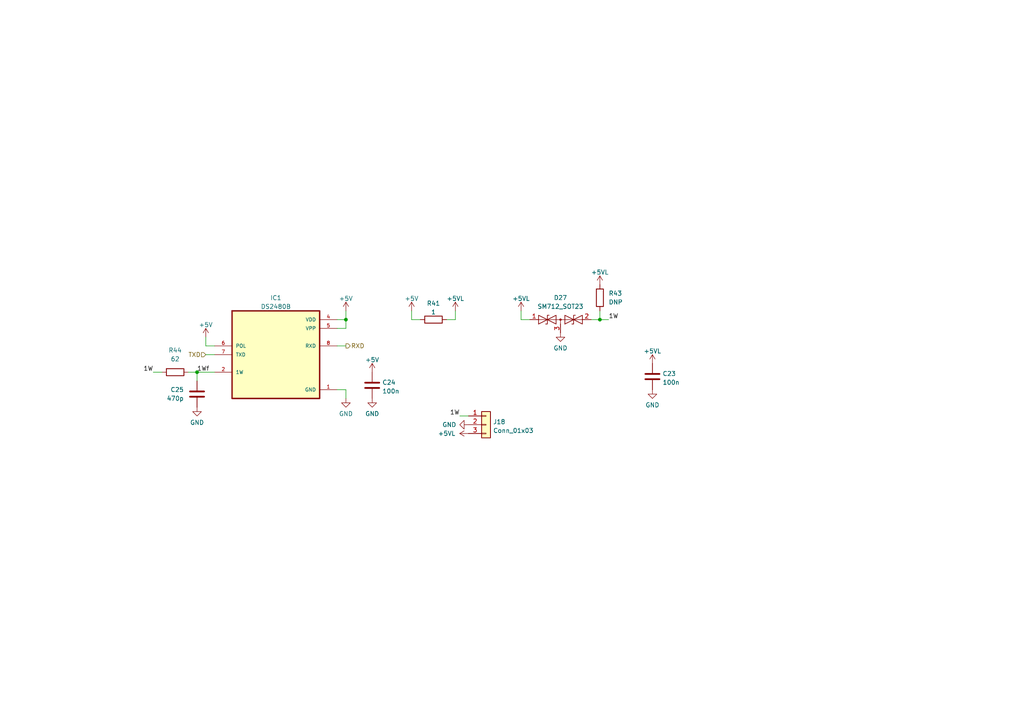
<source format=kicad_sch>
(kicad_sch (version 20230121) (generator eeschema)
  (paper "A4")
  (lib_symbols
    (symbol "Connector_Generic:Conn_01x03" (pin_names (offset 1.016) hide)
      (property "Reference" "J" (at 0 5.08 0))
      (property "Value" "Conn_01x03" (at 0 -5.08 0))
      (symbol "Conn_01x03_1_1"
        (rectangle (start -1.27 -2.413) (end 0 -2.667) (stroke (width 0.1524)))
        (rectangle (start -1.27 0.127) (end 0 -0.127) (stroke (width 0.1524)))
        (rectangle (start -1.27 2.667) (end 0 2.413) (stroke (width 0.1524)))
        (rectangle (start -1.27 3.81) (end 1.27 -3.81) (stroke (width 0.254)) (fill (type background)))
        (pin passive line (at -5.08 2.54 0) (length 3.81) (name "Pin_1") (number "1"))
        (pin passive line (at -5.08 0 0) (length 3.81) (name "Pin_2") (number "2"))
        (pin passive line (at -5.08 -2.54 0) (length 3.81) (name "Pin_3") (number "3"))
      )
    )
    (symbol "Device:C" (pin_numbers hide) (pin_names (offset 0.254))
      (property "Reference" "C" (at 0.635 2.54 0))
      (property "Value" "C" (at 0.635 -2.54 0))
      (symbol "C_0_1"
        (polyline (pts (xy -2.032 -0.762) (xy 2.032 -0.762)) (stroke (width 0.508)))
        (polyline (pts (xy -2.032 0.762) (xy 2.032 0.762)) (stroke (width 0.508)))
      )
      (symbol "C_1_1"
        (pin passive line (at 0 3.81 270) (length 2.794) (name "~") (number "1"))
        (pin passive line (at 0 -3.81 90) (length 2.794) (name "~") (number "2"))
      )
    )
    (symbol "Device:R" (pin_numbers hide) (pin_names (offset 0))
      (property "Reference" "R" (at 2.032 0 90))
      (property "Value" "R" (at 0 0 90))
      (symbol "R_0_1"
        (rectangle (start -1.016 -2.54) (end 1.016 2.54) (stroke (width 0.254)))
      )
      (symbol "R_1_1"
        (pin passive line (at 0 3.81 270) (length 1.27) (name "~") (number "1"))
        (pin passive line (at 0 -3.81 90) (length 1.27) (name "~") (number "2"))
      )
    )
    (symbol "Diode:SM712_SOT23" (pin_names (offset 1.016) hide)
      (property "Reference" "D" (at 0 4.445 0))
      (property "Value" "SM712_SOT23" (at 0 2.54 0))
      (symbol "SM712_SOT23_0_0"
        (polyline (pts (xy 0 -1.27) (xy 0 0)))
      )
      (symbol "SM712_SOT23_0_1"
        (polyline (pts (xy -6.35 0) (xy 6.35 0)))
        (polyline (pts (xy -3.302 1.27) (xy -3.81 1.27) (xy -3.81 -1.27) (xy -4.318 -1.27)) (stroke (width 0.2032)))
        (polyline (pts (xy 4.318 1.27) (xy 3.81 1.27) (xy 3.81 -1.27) (xy 3.302 -1.27)) (stroke (width 0.2032)))
        (polyline (pts (xy -6.35 -1.27) (xy -1.27 1.27) (xy -1.27 -1.27) (xy -6.35 1.27) (xy -6.35 -1.27)) (stroke (width 0.2032)))
        (polyline (pts (xy 1.27 -1.27) (xy 1.27 1.27) (xy 6.35 -1.27) (xy 6.35 1.27) (xy 1.27 -1.27)) (stroke (width 0.2032)))
        (circle (center 0 0) (radius 0.254) (fill (type outline)))
      )
      (symbol "SM712_SOT23_1_1"
        (pin passive line (at -8.89 0 0) (length 2.54) (name "A1") (number "1"))
        (pin passive line (at 8.89 0 180) (length 2.54) (name "A2") (number "2"))
        (pin input line (at 0 -3.81 90) (length 2.54) (name "common") (number "3"))
      )
    )
    (symbol "power:+5V" (power) (pin_names (offset 0))
      (property "Value" "+5V" (at 0 3.556 0))
      (symbol "+5V_0_1"
        (polyline (pts (xy -0.762 1.27) (xy 0 2.54)))
        (polyline (pts (xy 0 0) (xy 0 2.54)))
        (polyline (pts (xy 0 2.54) (xy 0.762 1.27)))
      )
      (symbol "+5V_1_1"
        (pin power_in line (at 0 0 90) (length 0) hide (name "+5V") (number "1"))
      )
    )
    (symbol "power:+5VL" (power) (pin_names (offset 0))
      (property "Value" "+5VL" (at 0 3.556 0))
      (symbol "+5VL_0_1"
        (polyline (pts (xy -0.762 1.27) (xy 0 2.54)))
        (polyline (pts (xy 0 0) (xy 0 2.54)))
        (polyline (pts (xy 0 2.54) (xy 0.762 1.27)))
      )
      (symbol "+5VL_1_1"
        (pin power_in line (at 0 0 90) (length 0) hide (name "+5VL") (number "1"))
      )
    )
    (symbol "power:GND" (power) (pin_names (offset 0))
      (property "Value" "GND" (at 0 -3.81 0))
      (symbol "GND_0_1"
        (polyline (pts (xy 0 0) (xy 0 -1.27) (xy 1.27 -1.27) (xy 0 -2.54) (xy -1.27 -1.27) (xy 0 -1.27)))
      )
      (symbol "GND_1_1"
        (pin power_in line (at 0 0 270) (length 0) hide (name "GND") (number "1"))
      )
    )
    (symbol "project_lib:DS2480B" (pin_names (offset 1.016))
      (property "Reference" "IC" (at -12.7 13.7 0))
      (property "Value" "DS2480B" (at -12.7 -16.7 0))
      (symbol "DS2480B_0_0"
        (rectangle (start -12.7 -12.7) (end 12.7 12.7) (stroke (width 0.41)) (fill (type background)))
        (pin power_in line (at 17.78 -10.16 180) (length 5.08) (name "GND") (number "1"))
        (pin bidirectional line (at -17.78 -5.08 0) (length 5.08) (name "1W") (number "2"))
        (pin power_in line (at 17.78 10.16 180) (length 5.08) (name "VDD") (number "4"))
        (pin power_in line (at 17.78 7.62 180) (length 5.08) (name "VPP") (number "5"))
        (pin input line (at -17.78 2.54 0) (length 5.08) (name "POL") (number "6"))
        (pin input line (at -17.78 0 0) (length 5.08) (name "TXD") (number "7"))
        (pin output line (at 17.78 2.54 180) (length 5.08) (name "RXD") (number "8"))
      )
      (symbol "DS2480B_1_1"
        (pin no_connect line (at -15.24 -10.16 0) (length 2.54) hide (name "NC") (number "3"))
      )
    )
  )
  (junction (at 100.33 92.71))
  (junction (at 57.15 107.95))
  (junction (at 173.99 92.71))
  (wire (pts (xy 119.38 90.17) (xy 119.38 92.71)))
  (wire (pts (xy 100.33 90.17) (xy 100.33 92.71)))
  (wire (pts (xy 132.08 92.71) (xy 129.54 92.71)))
  (wire (pts (xy 151.13 90.17) (xy 151.13 92.71)))
  (wire (pts (xy 59.69 100.33) (xy 62.23 100.33)))
  (wire (pts (xy 100.33 115.57) (xy 100.33 113.03)))
  (wire (pts (xy 97.79 100.33) (xy 100.33 100.33)))
  (wire (pts (xy 119.38 92.71) (xy 121.92 92.71)))
  (wire (pts (xy 57.15 107.95) (xy 57.15 110.49)))
  (wire (pts (xy 54.61 107.95) (xy 57.15 107.95)))
  (wire (pts (xy 97.79 95.25) (xy 100.33 95.25)))
  (wire (pts (xy 59.69 97.79) (xy 59.69 100.33)))
  (wire (pts (xy 151.13 92.71) (xy 153.67 92.71)))
  (wire (pts (xy 44.45 107.95) (xy 46.99 107.95)))
  (wire (pts (xy 171.45 92.71) (xy 173.99 92.71)))
  (wire (pts (xy 133.35 120.65) (xy 135.89 120.65)))
  (wire (pts (xy 173.99 90.17) (xy 173.99 92.71)))
  (wire (pts (xy 100.33 92.71) (xy 97.79 92.71)))
  (wire (pts (xy 100.33 95.25) (xy 100.33 92.71)))
  (wire (pts (xy 59.69 102.87) (xy 62.23 102.87)))
  (wire (pts (xy 173.99 92.71) (xy 176.53 92.71)))
  (wire (pts (xy 100.33 113.03) (xy 97.79 113.03)))
  (wire (pts (xy 132.08 90.17) (xy 132.08 92.71)))
  (wire (pts (xy 57.15 107.95) (xy 62.23 107.95)))
  (label "1W" (at 133.35 120.65 180))
  (label "1W" (at 44.45 107.95 180))
  (label "1W" (at 176.53 92.71 0))
  (label "1Wf" (at 57.15 107.95 0))
  (hierarchical_label "TXD" (shape input) (at 59.69 102.87 180))
  (hierarchical_label "RXD " (shape output) (at 100.33 100.33 0))
  (symbol (lib_id "Device:C") (at 107.95 111.76 180) (unit 1)
    (property "Reference" "C24" (at 110.871 110.9253 0) (effects (justify right)))
    (property "Value" "100n" (at 110.871 113.4622 0) (effects (justify right)))
    (property "Footprint" "Capacitor_SMD:C_0603_1608Metric" (effects hide))
  )
  (symbol (lib_id "power:GND") (at 135.89 123.19 270) (unit 1)
    (property "Reference" "#PWR0190" (effects hide))
    (property "Value" "GND" (at 128.27 123.19 90) (effects (justify left)))
  )
  (symbol (lib_id "power:GND") (at 189.23 113.03 0) (unit 1)
    (property "Reference" "#PWR0110" (effects hide))
    (property "Value" "GND" (at 189.23 117.4734 0))
  )
  (symbol (lib_id "power:+5VL") (at 189.23 105.41 0) (unit 1)
    (property "Reference" "#PWR0111" (effects hide))
    (property "Value" "+5VL" (at 189.23 101.8342 0))
  )
  (symbol (lib_id "power:+5VL") (at 132.08 90.17 0) (unit 1)
    (property "Reference" "#PWR0116" (effects hide))
    (property "Value" "+5VL" (at 132.08 86.5942 0))
  )
  (symbol (lib_id "project_lib:DS2480B") (at 80.01 102.87 0) (unit 1)
    (property "Reference" "IC1" (at 80.01 86.3922 0))
    (property "Value" "DS2480B" (at 80.01 88.9291 0))
    (property "Footprint" "Package_SO:SO-8_3.9x4.9mm_P1.27mm" (effects hide))
  )
  (symbol (lib_id "Device:R") (at 173.99 86.36 0) (unit 1)
    (property "Reference" "R43" (at 176.53 85.09 0) (effects (justify left)))
    (property "Value" "DNP" (at 176.53 87.63 0) (effects (justify left)))
    (property "Footprint" "Resistor_SMD:R_0603_1608Metric" (effects hide))
  )
  (symbol (lib_id "power:+5V") (at 119.38 90.17 0) (unit 1)
    (property "Reference" "#PWR0115" (effects hide))
    (property "Value" "+5V" (at 119.38 86.5942 0))
  )
  (symbol (lib_id "power:+5V") (at 107.95 107.95 0) (unit 1)
    (property "Reference" "#PWR05" (effects hide))
    (property "Value" "+5V" (at 107.95 104.3742 0))
  )
  (symbol (lib_id "power:+5VL") (at 173.99 82.55 0) (unit 1)
    (property "Reference" "#PWR0113" (effects hide))
    (property "Value" "+5VL" (at 173.99 78.9742 0))
  )
  (symbol (lib_id "power:+5V") (at 100.33 90.17 0) (unit 1)
    (property "Reference" "#PWR01" (effects hide))
    (property "Value" "+5V" (at 100.33 86.5942 0))
  )
  (symbol (lib_id "Diode:SM712_SOT23") (at 162.56 92.71 0) (unit 1)
    (property "Reference" "D27" (at 162.56 86.36 0))
    (property "Value" "SM712_SOT23" (at 162.56 88.9 0))
    (property "Footprint" "Package_TO_SOT_SMD:SOT-23" (effects hide))
    (property "Datasheet" "https://www.littelfuse.com/~/media/electronics/datasheets/tvs_diode_arrays/littelfuse_tvs_diode_array_sm712_datasheet.pdf.pdf" (effects hide))
  )
  (symbol (lib_id "Device:R") (at 50.8 107.95 90) (unit 1)
    (property "Reference" "R44" (at 50.8 101.6 90))
    (property "Value" "62" (at 50.8 104.14 90))
    (property "Footprint" "Resistor_SMD:R_0603_1608Metric" (effects hide))
  )
  (symbol (lib_id "power:+5VL") (at 135.89 125.73 90) (unit 1)
    (property "Reference" "#PWR0189" (effects hide))
    (property "Value" "+5VL" (at 127 125.73 90) (effects (justify right)))
  )
  (symbol (lib_id "Device:C") (at 57.15 114.3 0) (mirror y) (unit 1)
    (property "Reference" "C25" (at 53.34 113.03 0) (effects (justify left)))
    (property "Value" "470p" (at 53.34 115.57 0) (effects (justify left)))
    (property "Footprint" "Capacitor_SMD:C_0603_1608Metric" (effects hide))
  )
  (symbol (lib_id "power:GND") (at 57.15 118.11 0) (unit 1)
    (property "Reference" "#PWR06" (effects hide))
    (property "Value" "GND" (at 57.15 122.5534 0))
  )
  (symbol (lib_id "power:GND") (at 100.33 115.57 0) (unit 1)
    (property "Reference" "#PWR03" (effects hide))
    (property "Value" "GND" (at 100.33 120.0134 0))
  )
  (symbol (lib_id "Device:C") (at 189.23 109.22 180) (unit 1)
    (property "Reference" "C23" (at 192.151 108.3853 0) (effects (justify right)))
    (property "Value" "100n" (at 192.151 110.9222 0) (effects (justify right)))
    (property "Footprint" "Capacitor_SMD:C_0603_1608Metric" (effects hide))
  )
  (symbol (lib_id "power:+5VL") (at 151.13 90.17 0) (unit 1)
    (property "Reference" "#PWR0112" (effects hide))
    (property "Value" "+5VL" (at 151.13 86.5942 0))
  )
  (symbol (lib_id "power:+5V") (at 59.69 97.79 0) (unit 1)
    (property "Reference" "#PWR02" (effects hide))
    (property "Value" "+5V" (at 59.69 94.2142 0))
  )
  (symbol (lib_id "power:GND") (at 107.95 115.57 0) (unit 1)
    (property "Reference" "#PWR04" (effects hide))
    (property "Value" "GND" (at 107.95 120.0134 0))
  )
  (symbol (lib_id "power:GND") (at 162.56 96.52 0) (unit 1)
    (property "Reference" "#PWR07" (effects hide))
    (property "Value" "GND" (at 162.56 100.9634 0))
  )
  (symbol (lib_id "Connector_Generic:Conn_01x03") (at 140.97 123.19 0) (unit 1)
    (property "Reference" "J18" (at 143.002 122.3553 0) (effects (justify left)))
    (property "Value" "Conn_01x03" (at 143.002 124.8922 0) (effects (justify left)))
    (property "Footprint" "Connector_JST:JST_PH_B3B-PH-K_1x03_P2.00mm_Vertical" (effects hide))
  )
  (symbol (lib_id "Device:R") (at 125.73 92.71 90) (unit 1)
    (property "Reference" "R41" (at 125.73 87.9942 90))
    (property "Value" "1" (at 125.73 90.5311 90))
    (property "Footprint" "Resistor_SMD:R_0603_1608Metric" (effects hide))
  )
)
</source>
